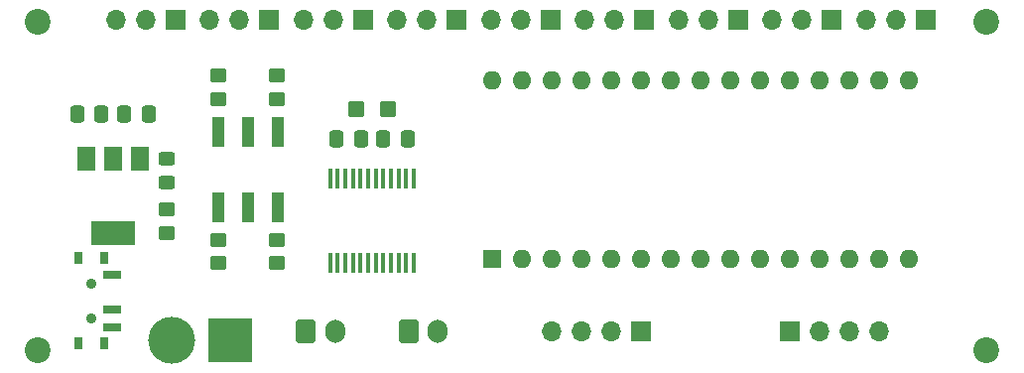
<source format=gbr>
%TF.GenerationSoftware,KiCad,Pcbnew,7.0.9*%
%TF.CreationDate,2024-01-21T19:27:48-06:00*%
%TF.ProjectId,Tei,5465692e-6b69-4636-9164-5f7063625858,1*%
%TF.SameCoordinates,Original*%
%TF.FileFunction,Soldermask,Top*%
%TF.FilePolarity,Negative*%
%FSLAX46Y46*%
G04 Gerber Fmt 4.6, Leading zero omitted, Abs format (unit mm)*
G04 Created by KiCad (PCBNEW 7.0.9) date 2024-01-21 19:27:48*
%MOMM*%
%LPD*%
G01*
G04 APERTURE LIST*
G04 Aperture macros list*
%AMRoundRect*
0 Rectangle with rounded corners*
0 $1 Rounding radius*
0 $2 $3 $4 $5 $6 $7 $8 $9 X,Y pos of 4 corners*
0 Add a 4 corners polygon primitive as box body*
4,1,4,$2,$3,$4,$5,$6,$7,$8,$9,$2,$3,0*
0 Add four circle primitives for the rounded corners*
1,1,$1+$1,$2,$3*
1,1,$1+$1,$4,$5*
1,1,$1+$1,$6,$7*
1,1,$1+$1,$8,$9*
0 Add four rect primitives between the rounded corners*
20,1,$1+$1,$2,$3,$4,$5,0*
20,1,$1+$1,$4,$5,$6,$7,0*
20,1,$1+$1,$6,$7,$8,$9,0*
20,1,$1+$1,$8,$9,$2,$3,0*%
G04 Aperture macros list end*
%ADD10R,1.700000X1.700000*%
%ADD11O,1.700000X1.700000*%
%ADD12RoundRect,0.250000X-0.450000X-0.425000X0.450000X-0.425000X0.450000X0.425000X-0.450000X0.425000X0*%
%ADD13RoundRect,0.250000X0.337500X0.475000X-0.337500X0.475000X-0.337500X-0.475000X0.337500X-0.475000X0*%
%ADD14RoundRect,0.250000X-0.450000X0.350000X-0.450000X-0.350000X0.450000X-0.350000X0.450000X0.350000X0*%
%ADD15RoundRect,0.250000X-0.337500X-0.475000X0.337500X-0.475000X0.337500X0.475000X-0.337500X0.475000X0*%
%ADD16R,0.450000X1.750000*%
%ADD17R,1.600000X1.600000*%
%ADD18O,1.600000X1.600000*%
%ADD19RoundRect,0.250000X0.450000X-0.350000X0.450000X0.350000X-0.450000X0.350000X-0.450000X-0.350000X0*%
%ADD20RoundRect,0.250000X-0.450000X0.325000X-0.450000X-0.325000X0.450000X-0.325000X0.450000X0.325000X0*%
%ADD21C,2.200000*%
%ADD22R,1.500000X2.000000*%
%ADD23R,3.800000X2.000000*%
%ADD24R,0.800000X1.000000*%
%ADD25C,0.900000*%
%ADD26R,1.500000X0.700000*%
%ADD27R,1.000000X2.500000*%
%ADD28R,3.800000X3.800000*%
%ADD29C,4.000000*%
%ADD30RoundRect,0.250000X-0.600000X-0.750000X0.600000X-0.750000X0.600000X0.750000X-0.600000X0.750000X0*%
%ADD31O,1.700000X2.000000*%
G04 APERTURE END LIST*
D10*
%TO.C,J7*%
X29778059Y31675500D03*
D11*
X27238059Y31675500D03*
X24698059Y31675500D03*
%TD*%
D12*
%TO.C,C5*%
X29208684Y24025500D03*
X31908684Y24025500D03*
%TD*%
D13*
%TO.C,C3*%
X33596184Y21525500D03*
X31521184Y21525500D03*
%TD*%
D10*
%TO.C,J6*%
X37781184Y31675500D03*
D11*
X35241184Y31675500D03*
X32701184Y31675500D03*
%TD*%
D14*
%TO.C,R5*%
X17458684Y12895500D03*
X17458684Y10895500D03*
%TD*%
D10*
%TO.C,J5*%
X45784309Y31675500D03*
D11*
X43244309Y31675500D03*
X40704309Y31675500D03*
%TD*%
D13*
%TO.C,C4*%
X29596184Y21525500D03*
X27521184Y21525500D03*
%TD*%
D15*
%TO.C,C1*%
X5421184Y23664113D03*
X7496184Y23664113D03*
%TD*%
D10*
%TO.C,J4*%
X53787434Y31675500D03*
D11*
X51247434Y31675500D03*
X48707434Y31675500D03*
%TD*%
D16*
%TO.C,U1*%
X26983684Y10905500D03*
X27633684Y10905500D03*
X28283684Y10905500D03*
X28933684Y10905500D03*
X29583684Y10905500D03*
X30233684Y10905500D03*
X30883684Y10905500D03*
X31533684Y10905500D03*
X32183684Y10905500D03*
X32833684Y10905500D03*
X33483684Y10905500D03*
X34133684Y10905500D03*
X34133684Y18105500D03*
X33483684Y18105500D03*
X32833684Y18105500D03*
X32183684Y18105500D03*
X31533684Y18105500D03*
X30883684Y18105500D03*
X30233684Y18105500D03*
X29583684Y18105500D03*
X28933684Y18105500D03*
X28283684Y18105500D03*
X27633684Y18105500D03*
X26983684Y18105500D03*
%TD*%
D17*
%TO.C,A1*%
X40818684Y11285500D03*
D18*
X43358684Y11285500D03*
X45898684Y11285500D03*
X48438684Y11285500D03*
X50978684Y11285500D03*
X53518684Y11285500D03*
X56058684Y11285500D03*
X58598684Y11285500D03*
X61138684Y11285500D03*
X63678684Y11285500D03*
X66218684Y11285500D03*
X68758684Y11285500D03*
X71298684Y11285500D03*
X73838684Y11285500D03*
X76378684Y11285500D03*
X76378684Y26525500D03*
X73838684Y26525500D03*
X71298684Y26525500D03*
X68758684Y26525500D03*
X66218684Y26525500D03*
X63678684Y26525500D03*
X61138684Y26525500D03*
X58598684Y26525500D03*
X56058684Y26525500D03*
X53518684Y26525500D03*
X50978684Y26525500D03*
X48438684Y26525500D03*
X45898684Y26525500D03*
X43358684Y26525500D03*
X40818684Y26525500D03*
%TD*%
D19*
%TO.C,R2*%
X17458684Y24895500D03*
X17458684Y26895500D03*
%TD*%
D10*
%TO.C,Bluetooth Adapter*%
X53518684Y5125500D03*
D11*
X50978684Y5125500D03*
X48438684Y5125500D03*
X45898684Y5125500D03*
%TD*%
D20*
%TO.C,D1*%
X13058684Y19814113D03*
X13058684Y17764113D03*
%TD*%
D21*
%TO.C,H4*%
X83000000Y3500000D03*
%TD*%
D22*
%TO.C,U2*%
X10758684Y19814113D03*
X8458684Y19814113D03*
D23*
X8458684Y13514113D03*
D22*
X6158684Y19814113D03*
%TD*%
D19*
%TO.C,R1*%
X13058684Y13514113D03*
X13058684Y15514113D03*
%TD*%
D10*
%TO.C,J2*%
X69793684Y31675500D03*
D11*
X67253684Y31675500D03*
X64713684Y31675500D03*
%TD*%
D24*
%TO.C,SW1*%
X7723684Y11345500D03*
X5513684Y11345500D03*
D25*
X6613684Y9195500D03*
X6613684Y6195500D03*
D24*
X7723684Y4045500D03*
X5513684Y4045500D03*
D26*
X8373684Y9945500D03*
X8373684Y6945500D03*
X8373684Y5445500D03*
%TD*%
D27*
%TO.C,SW2*%
X17418684Y15645500D03*
X22498684Y22145500D03*
X22498684Y15645500D03*
X17418684Y22145500D03*
X19958684Y15645500D03*
X19958684Y22145500D03*
%TD*%
D10*
%TO.C,J12*%
X77796809Y31675500D03*
D11*
X75256809Y31675500D03*
X72716809Y31675500D03*
%TD*%
D19*
%TO.C,R4*%
X22458684Y24895500D03*
X22458684Y26895500D03*
%TD*%
D21*
%TO.C,H3*%
X2000000Y3500000D03*
%TD*%
D15*
%TO.C,C2*%
X9421184Y23664113D03*
X11496184Y23664113D03*
%TD*%
D10*
%TO.C,J3*%
X61790559Y31675500D03*
D11*
X59250559Y31675500D03*
X56710559Y31675500D03*
%TD*%
D21*
%TO.C,H1*%
X2000000Y31500000D03*
%TD*%
D10*
%TO.C,J8*%
X21774934Y31675500D03*
D11*
X19234934Y31675500D03*
X16694934Y31675500D03*
%TD*%
D10*
%TO.C,J9*%
X13771809Y31675500D03*
D11*
X11231809Y31675500D03*
X8691809Y31675500D03*
%TD*%
D21*
%TO.C,H2*%
X83000000Y31500000D03*
%TD*%
D28*
%TO.C,J1*%
X18468684Y4295500D03*
D29*
X13468684Y4295500D03*
%TD*%
D14*
%TO.C,R3*%
X22458684Y12895500D03*
X22458684Y10895500D03*
%TD*%
D30*
%TO.C,J14*%
X33683684Y5125500D03*
D31*
X36183684Y5125500D03*
%TD*%
D30*
%TO.C,J13*%
X24933684Y5100500D03*
D31*
X27433684Y5100500D03*
%TD*%
D10*
%TO.C,REMOTE*%
X66218684Y5125500D03*
D11*
X68758684Y5125500D03*
X71298684Y5125500D03*
X73838684Y5125500D03*
%TD*%
M02*

</source>
